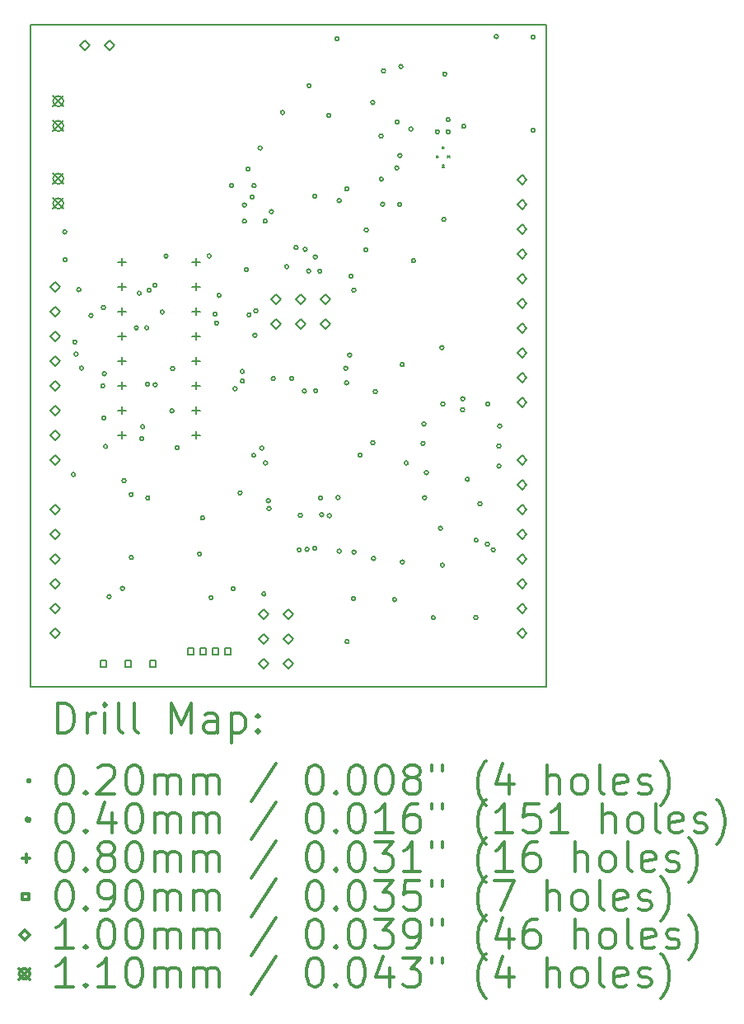
<source format=gbr>
%FSLAX45Y45*%
G04 Gerber Fmt 4.5, Leading zero omitted, Abs format (unit mm)*
G04 Created by KiCad (PCBNEW (5.1.5)-3) date 2023-05-21 11:01:55*
%MOMM*%
%LPD*%
G04 APERTURE LIST*
%TA.AperFunction,Profile*%
%ADD10C,0.150000*%
%TD*%
%ADD11C,0.200000*%
%ADD12C,0.300000*%
G04 APERTURE END LIST*
D10*
X3000000Y-5500000D02*
X3000000Y-12300000D01*
X8300000Y-5500000D02*
X3000000Y-5500000D01*
X8300000Y-12300000D02*
X8300000Y-5500000D01*
X3000000Y-12300000D02*
X8300000Y-12300000D01*
D11*
X7171500Y-6848000D02*
X7191500Y-6868000D01*
X7191500Y-6848000D02*
X7171500Y-6868000D01*
X7229000Y-6753000D02*
X7249000Y-6773000D01*
X7249000Y-6753000D02*
X7229000Y-6773000D01*
X7229000Y-6943000D02*
X7249000Y-6963000D01*
X7249000Y-6943000D02*
X7229000Y-6963000D01*
X7286500Y-6848000D02*
X7306500Y-6868000D01*
X7306500Y-6848000D02*
X7286500Y-6868000D01*
X3371530Y-7628890D02*
G75*
G03X3371530Y-7628890I-20000J0D01*
G01*
X3376139Y-7914640D02*
G75*
G03X3376139Y-7914640I-20000J0D01*
G01*
X3460430Y-10120630D02*
G75*
G03X3460430Y-10120630I-20000J0D01*
G01*
X3474400Y-8759190D02*
G75*
G03X3474400Y-8759190I-20000J0D01*
G01*
X3486706Y-8884591D02*
G75*
G03X3486706Y-8884591I-20000J0D01*
G01*
X3515511Y-8222760D02*
G75*
G03X3515511Y-8222760I-20000J0D01*
G01*
X3542474Y-9027197D02*
G75*
G03X3542474Y-9027197I-20000J0D01*
G01*
X3640770Y-8487410D02*
G75*
G03X3640770Y-8487410I-20000J0D01*
G01*
X3761420Y-9210511D02*
G75*
G03X3761420Y-9210511I-20000J0D01*
G01*
X3767770Y-8406130D02*
G75*
G03X3767770Y-8406130I-20000J0D01*
G01*
X3771590Y-9541500D02*
G75*
G03X3771590Y-9541500I-20000J0D01*
G01*
X3777930Y-9085110D02*
G75*
G03X3777930Y-9085110I-20000J0D01*
G01*
X3790630Y-9831070D02*
G75*
G03X3790630Y-9831070I-20000J0D01*
G01*
X3826990Y-11374376D02*
G75*
G03X3826990Y-11374376I-20000J0D01*
G01*
X3964620Y-11290300D02*
G75*
G03X3964620Y-11290300I-20000J0D01*
G01*
X3979860Y-10184130D02*
G75*
G03X3979860Y-10184130I-20000J0D01*
G01*
X4053910Y-10326760D02*
G75*
G03X4053910Y-10326760I-20000J0D01*
G01*
X4054790Y-10971530D02*
G75*
G03X4054790Y-10971530I-20000J0D01*
G01*
X4106860Y-8613140D02*
G75*
G03X4106860Y-8613140I-20000J0D01*
G01*
X4136070Y-8258810D02*
G75*
G03X4136070Y-8258810I-20000J0D01*
G01*
X4162740Y-9751060D02*
G75*
G03X4162740Y-9751060I-20000J0D01*
G01*
X4170360Y-9630410D02*
G75*
G03X4170360Y-9630410I-20000J0D01*
G01*
X4212270Y-8614410D02*
G75*
G03X4212270Y-8614410I-20000J0D01*
G01*
X4219890Y-9192260D02*
G75*
G03X4219890Y-9192260I-20000J0D01*
G01*
X4223389Y-10361619D02*
G75*
G03X4223389Y-10361619I-20000J0D01*
G01*
X4238940Y-8229600D02*
G75*
G03X4238940Y-8229600I-20000J0D01*
G01*
X4298099Y-8175746D02*
G75*
G03X4298099Y-8175746I-20000J0D01*
G01*
X4299622Y-9198800D02*
G75*
G03X4299622Y-9198800I-20000J0D01*
G01*
X4372404Y-8451736D02*
G75*
G03X4372404Y-8451736I-20000J0D01*
G01*
X4411660Y-7877011D02*
G75*
G03X4411660Y-7877011I-20000J0D01*
G01*
X4472620Y-9466580D02*
G75*
G03X4472620Y-9466580I-20000J0D01*
G01*
X4478970Y-9032100D02*
G75*
G03X4478970Y-9032100I-20000J0D01*
G01*
X4524690Y-9845040D02*
G75*
G03X4524690Y-9845040I-20000J0D01*
G01*
X4755830Y-10935180D02*
G75*
G03X4755830Y-10935180I-20000J0D01*
G01*
X4786310Y-10565130D02*
G75*
G03X4786310Y-10565130I-20000J0D01*
G01*
X4854890Y-7877011D02*
G75*
G03X4854890Y-7877011I-20000J0D01*
G01*
X4874640Y-11384280D02*
G75*
G03X4874640Y-11384280I-20000J0D01*
G01*
X4917120Y-8473440D02*
G75*
G03X4917120Y-8473440I-20000J0D01*
G01*
X4930660Y-8564450D02*
G75*
G03X4930660Y-8564450I-20000J0D01*
G01*
X4956976Y-8281184D02*
G75*
G03X4956976Y-8281184I-20000J0D01*
G01*
X5083490Y-7152640D02*
G75*
G03X5083490Y-7152640I-20000J0D01*
G01*
X5101270Y-11291580D02*
G75*
G03X5101270Y-11291580I-20000J0D01*
G01*
X5121590Y-9239250D02*
G75*
G03X5121590Y-9239250I-20000J0D01*
G01*
X5172390Y-10309860D02*
G75*
G03X5172390Y-10309860I-20000J0D01*
G01*
X5196213Y-9062413D02*
G75*
G03X5196213Y-9062413I-20000J0D01*
G01*
X5196520Y-9160510D02*
G75*
G03X5196520Y-9160510I-20000J0D01*
G01*
X5218110Y-7352829D02*
G75*
G03X5218110Y-7352829I-20000J0D01*
G01*
X5218110Y-7518400D02*
G75*
G03X5218110Y-7518400I-20000J0D01*
G01*
X5237160Y-8016240D02*
G75*
G03X5237160Y-8016240I-20000J0D01*
G01*
X5253200Y-6983275D02*
G75*
G03X5253200Y-6983275I-20000J0D01*
G01*
X5265100Y-8481060D02*
G75*
G03X5265100Y-8481060I-20000J0D01*
G01*
X5296936Y-7273290D02*
G75*
G03X5296936Y-7273290I-20000J0D01*
G01*
X5313360Y-9923780D02*
G75*
G03X5313360Y-9923780I-20000J0D01*
G01*
X5315900Y-7153910D02*
G75*
G03X5315900Y-7153910I-20000J0D01*
G01*
X5324400Y-8690610D02*
G75*
G03X5324400Y-8690610I-20000J0D01*
G01*
X5335064Y-8439264D02*
G75*
G03X5335064Y-8439264I-20000J0D01*
G01*
X5378600Y-6767830D02*
G75*
G03X5378600Y-6767830I-20000J0D01*
G01*
X5394640Y-9848850D02*
G75*
G03X5394640Y-9848850I-20000J0D01*
G01*
X5416230Y-11346180D02*
G75*
G03X5416230Y-11346180I-20000J0D01*
G01*
X5430200Y-7518400D02*
G75*
G03X5430200Y-7518400I-20000J0D01*
G01*
X5434010Y-10001250D02*
G75*
G03X5434010Y-10001250I-20000J0D01*
G01*
X5463043Y-10390221D02*
G75*
G03X5463043Y-10390221I-20000J0D01*
G01*
X5469489Y-10469962D02*
G75*
G03X5469489Y-10469962I-20000J0D01*
G01*
X5494300Y-7420981D02*
G75*
G03X5494300Y-7420981I-20000J0D01*
G01*
X5514020Y-9134640D02*
G75*
G03X5514020Y-9134640I-20000J0D01*
G01*
X5609270Y-6403340D02*
G75*
G03X5609270Y-6403340I-20000J0D01*
G01*
X5651326Y-7987287D02*
G75*
G03X5651326Y-7987287I-20000J0D01*
G01*
X5701980Y-9132996D02*
G75*
G03X5701980Y-9132996I-20000J0D01*
G01*
X5747700Y-7788910D02*
G75*
G03X5747700Y-7788910I-20000J0D01*
G01*
X5780720Y-10892790D02*
G75*
G03X5780720Y-10892790I-20000J0D01*
G01*
X5790880Y-10538460D02*
G75*
G03X5790880Y-10538460I-20000J0D01*
G01*
X5833260Y-9262597D02*
G75*
G03X5833260Y-9262597I-20000J0D01*
G01*
X5842135Y-7808548D02*
G75*
G03X5842135Y-7808548I-20000J0D01*
G01*
X5860624Y-10888860D02*
G75*
G03X5860624Y-10888860I-20000J0D01*
G01*
X5877680Y-8030681D02*
G75*
G03X5877680Y-8030681I-20000J0D01*
G01*
X5882320Y-6126480D02*
G75*
G03X5882320Y-6126480I-20000J0D01*
G01*
X5940045Y-10879256D02*
G75*
G03X5940045Y-10879256I-20000J0D01*
G01*
X5940600Y-7260590D02*
G75*
G03X5940600Y-7260590I-20000J0D01*
G01*
X5945493Y-7886658D02*
G75*
G03X5945493Y-7886658I-20000J0D01*
G01*
X5948360Y-9258396D02*
G75*
G03X5948360Y-9258396I-20000J0D01*
G01*
X5991540Y-8030681D02*
G75*
G03X5991540Y-8030681I-20000J0D01*
G01*
X5999160Y-10361930D02*
G75*
G03X5999160Y-10361930I-20000J0D01*
G01*
X6011343Y-10532662D02*
G75*
G03X6011343Y-10532662I-20000J0D01*
G01*
X6085520Y-6432550D02*
G75*
G03X6085520Y-6432550I-20000J0D01*
G01*
X6090600Y-10543540D02*
G75*
G03X6090600Y-10543540I-20000J0D01*
G01*
X6168070Y-5646420D02*
G75*
G03X6168070Y-5646420I-20000J0D01*
G01*
X6179500Y-10356850D02*
G75*
G03X6179500Y-10356850I-20000J0D01*
G01*
X6190930Y-7307580D02*
G75*
G03X6190930Y-7307580I-20000J0D01*
G01*
X6192200Y-10906760D02*
G75*
G03X6192200Y-10906760I-20000J0D01*
G01*
X6258989Y-9030171D02*
G75*
G03X6258989Y-9030171I-20000J0D01*
G01*
X6267597Y-9177823D02*
G75*
G03X6267597Y-9177823I-20000J0D01*
G01*
X6268400Y-7186930D02*
G75*
G03X6268400Y-7186930I-20000J0D01*
G01*
X6272210Y-11836400D02*
G75*
G03X6272210Y-11836400I-20000J0D01*
G01*
X6298355Y-8894443D02*
G75*
G03X6298355Y-8894443I-20000J0D01*
G01*
X6312810Y-8084860D02*
G75*
G03X6312810Y-8084860I-20000J0D01*
G01*
X6336980Y-11395710D02*
G75*
G03X6336980Y-11395710I-20000J0D01*
G01*
X6341332Y-8226517D02*
G75*
G03X6341332Y-8226517I-20000J0D01*
G01*
X6343330Y-10916920D02*
G75*
G03X6343330Y-10916920I-20000J0D01*
G01*
X6406800Y-9920000D02*
G75*
G03X6406800Y-9920000I-20000J0D01*
G01*
X6463980Y-7811770D02*
G75*
G03X6463980Y-7811770I-20000J0D01*
G01*
X6469210Y-7608570D02*
G75*
G03X6469210Y-7608570I-20000J0D01*
G01*
X6536000Y-6299200D02*
G75*
G03X6536000Y-6299200I-20000J0D01*
G01*
X6536620Y-9794240D02*
G75*
G03X6536620Y-9794240I-20000J0D01*
G01*
X6543990Y-10982960D02*
G75*
G03X6543990Y-10982960I-20000J0D01*
G01*
X6561884Y-9268574D02*
G75*
G03X6561884Y-9268574I-20000J0D01*
G01*
X6620939Y-6644119D02*
G75*
G03X6620939Y-6644119I-20000J0D01*
G01*
X6625474Y-7087438D02*
G75*
G03X6625474Y-7087438I-20000J0D01*
G01*
X6637970Y-7344410D02*
G75*
G03X6637970Y-7344410I-20000J0D01*
G01*
X6645590Y-5975350D02*
G75*
G03X6645590Y-5975350I-20000J0D01*
G01*
X6759890Y-11405870D02*
G75*
G03X6759890Y-11405870I-20000J0D01*
G01*
X6782750Y-6970700D02*
G75*
G03X6782750Y-6970700I-20000J0D01*
G01*
X6785290Y-6499860D02*
G75*
G03X6785290Y-6499860I-20000J0D01*
G01*
X6813230Y-7346950D02*
G75*
G03X6813230Y-7346950I-20000J0D01*
G01*
X6814300Y-6845300D02*
G75*
G03X6814300Y-6845300I-20000J0D01*
G01*
X6825900Y-5930900D02*
G75*
G03X6825900Y-5930900I-20000J0D01*
G01*
X6825900Y-5930900D02*
G75*
G03X6825900Y-5930900I-20000J0D01*
G01*
X6839109Y-8991349D02*
G75*
G03X6839109Y-8991349I-20000J0D01*
G01*
X6839945Y-11018603D02*
G75*
G03X6839945Y-11018603I-20000J0D01*
G01*
X6880692Y-10001250D02*
G75*
G03X6880692Y-10001250I-20000J0D01*
G01*
X6927530Y-6572570D02*
G75*
G03X6927530Y-6572570I-20000J0D01*
G01*
X6953590Y-7924140D02*
G75*
G03X6953590Y-7924140I-20000J0D01*
G01*
X7051990Y-9801860D02*
G75*
G03X7051990Y-9801860I-20000J0D01*
G01*
X7062150Y-9601200D02*
G75*
G03X7062150Y-9601200I-20000J0D01*
G01*
X7068500Y-10359390D02*
G75*
G03X7068500Y-10359390I-20000J0D01*
G01*
X7087550Y-10100310D02*
G75*
G03X7087550Y-10100310I-20000J0D01*
G01*
X7157908Y-11591188D02*
G75*
G03X7157908Y-11591188I-20000J0D01*
G01*
X7199310Y-6601460D02*
G75*
G03X7199310Y-6601460I-20000J0D01*
G01*
X7231379Y-10671010D02*
G75*
G03X7231379Y-10671010I-20000J0D01*
G01*
X7246768Y-8816808D02*
G75*
G03X7246768Y-8816808I-20000J0D01*
G01*
X7251266Y-11051426D02*
G75*
G03X7251266Y-11051426I-20000J0D01*
G01*
X7256460Y-9395460D02*
G75*
G03X7256460Y-9395460I-20000J0D01*
G01*
X7266620Y-7500620D02*
G75*
G03X7266620Y-7500620I-20000J0D01*
G01*
X7275510Y-6008370D02*
G75*
G03X7275510Y-6008370I-20000J0D01*
G01*
X7309800Y-6601966D02*
G75*
G03X7309800Y-6601966I-20000J0D01*
G01*
X7310126Y-6476566D02*
G75*
G03X7310126Y-6476566I-20000J0D01*
G01*
X7458390Y-9455150D02*
G75*
G03X7458390Y-9455150I-20000J0D01*
G01*
X7460930Y-9342120D02*
G75*
G03X7460930Y-9342120I-20000J0D01*
G01*
X7470341Y-6543789D02*
G75*
G03X7470341Y-6543789I-20000J0D01*
G01*
X7507920Y-10168890D02*
G75*
G03X7507920Y-10168890I-20000J0D01*
G01*
X7594788Y-11589664D02*
G75*
G03X7594788Y-11589664I-20000J0D01*
G01*
X7598839Y-10795521D02*
G75*
G03X7598839Y-10795521I-20000J0D01*
G01*
X7637835Y-10419916D02*
G75*
G03X7637835Y-10419916I-20000J0D01*
G01*
X7713475Y-10834663D02*
G75*
G03X7713475Y-10834663I-20000J0D01*
G01*
X7717470Y-9394190D02*
G75*
G03X7717470Y-9394190I-20000J0D01*
G01*
X7774469Y-10894060D02*
G75*
G03X7774469Y-10894060I-20000J0D01*
G01*
X7805100Y-5622760D02*
G75*
G03X7805100Y-5622760I-20000J0D01*
G01*
X7833040Y-9827260D02*
G75*
G03X7833040Y-9827260I-20000J0D01*
G01*
X7833040Y-10034270D02*
G75*
G03X7833040Y-10034270I-20000J0D01*
G01*
X7840660Y-9622790D02*
G75*
G03X7840660Y-9622790I-20000J0D01*
G01*
X8182639Y-5627491D02*
G75*
G03X8182639Y-5627491I-20000J0D01*
G01*
X8184830Y-6584950D02*
G75*
G03X8184830Y-6584950I-20000J0D01*
G01*
X3937000Y-7897500D02*
X3937000Y-7977500D01*
X3897000Y-7937500D02*
X3977000Y-7937500D01*
X3937000Y-8151500D02*
X3937000Y-8231500D01*
X3897000Y-8191500D02*
X3977000Y-8191500D01*
X3937000Y-8405500D02*
X3937000Y-8485500D01*
X3897000Y-8445500D02*
X3977000Y-8445500D01*
X3937000Y-8659500D02*
X3937000Y-8739500D01*
X3897000Y-8699500D02*
X3977000Y-8699500D01*
X3937000Y-8913500D02*
X3937000Y-8993500D01*
X3897000Y-8953500D02*
X3977000Y-8953500D01*
X3937000Y-9167500D02*
X3937000Y-9247500D01*
X3897000Y-9207500D02*
X3977000Y-9207500D01*
X3937000Y-9421500D02*
X3937000Y-9501500D01*
X3897000Y-9461500D02*
X3977000Y-9461500D01*
X3937000Y-9675500D02*
X3937000Y-9755500D01*
X3897000Y-9715500D02*
X3977000Y-9715500D01*
X4699000Y-7897500D02*
X4699000Y-7977500D01*
X4659000Y-7937500D02*
X4739000Y-7937500D01*
X4699000Y-8151500D02*
X4699000Y-8231500D01*
X4659000Y-8191500D02*
X4739000Y-8191500D01*
X4699000Y-8405500D02*
X4699000Y-8485500D01*
X4659000Y-8445500D02*
X4739000Y-8445500D01*
X4699000Y-8659500D02*
X4699000Y-8739500D01*
X4659000Y-8699500D02*
X4739000Y-8699500D01*
X4699000Y-8913500D02*
X4699000Y-8993500D01*
X4659000Y-8953500D02*
X4739000Y-8953500D01*
X4699000Y-9167500D02*
X4699000Y-9247500D01*
X4659000Y-9207500D02*
X4739000Y-9207500D01*
X4699000Y-9421500D02*
X4699000Y-9501500D01*
X4659000Y-9461500D02*
X4739000Y-9461500D01*
X4699000Y-9675500D02*
X4699000Y-9755500D01*
X4659000Y-9715500D02*
X4739000Y-9715500D01*
X3778320Y-12096820D02*
X3778320Y-12033180D01*
X3714680Y-12033180D01*
X3714680Y-12096820D01*
X3778320Y-12096820D01*
X4032320Y-12096820D02*
X4032320Y-12033180D01*
X3968680Y-12033180D01*
X3968680Y-12096820D01*
X4032320Y-12096820D01*
X4286320Y-12096820D02*
X4286320Y-12033180D01*
X4222680Y-12033180D01*
X4222680Y-12096820D01*
X4286320Y-12096820D01*
X4677480Y-11967280D02*
X4677480Y-11903640D01*
X4613840Y-11903640D01*
X4613840Y-11967280D01*
X4677480Y-11967280D01*
X4804480Y-11967280D02*
X4804480Y-11903640D01*
X4740840Y-11903640D01*
X4740840Y-11967280D01*
X4804480Y-11967280D01*
X4931480Y-11967280D02*
X4931480Y-11903640D01*
X4867840Y-11903640D01*
X4867840Y-11967280D01*
X4931480Y-11967280D01*
X5058480Y-11967280D02*
X5058480Y-11903640D01*
X4994840Y-11903640D01*
X4994840Y-11967280D01*
X5058480Y-11967280D01*
X8050000Y-7144000D02*
X8100000Y-7094000D01*
X8050000Y-7044000D01*
X8000000Y-7094000D01*
X8050000Y-7144000D01*
X8050000Y-7398000D02*
X8100000Y-7348000D01*
X8050000Y-7298000D01*
X8000000Y-7348000D01*
X8050000Y-7398000D01*
X8050000Y-7652000D02*
X8100000Y-7602000D01*
X8050000Y-7552000D01*
X8000000Y-7602000D01*
X8050000Y-7652000D01*
X8050000Y-7906000D02*
X8100000Y-7856000D01*
X8050000Y-7806000D01*
X8000000Y-7856000D01*
X8050000Y-7906000D01*
X8050000Y-8160000D02*
X8100000Y-8110000D01*
X8050000Y-8060000D01*
X8000000Y-8110000D01*
X8050000Y-8160000D01*
X8050000Y-8414000D02*
X8100000Y-8364000D01*
X8050000Y-8314000D01*
X8000000Y-8364000D01*
X8050000Y-8414000D01*
X8050000Y-8668000D02*
X8100000Y-8618000D01*
X8050000Y-8568000D01*
X8000000Y-8618000D01*
X8050000Y-8668000D01*
X8050000Y-8922000D02*
X8100000Y-8872000D01*
X8050000Y-8822000D01*
X8000000Y-8872000D01*
X8050000Y-8922000D01*
X8050000Y-9176000D02*
X8100000Y-9126000D01*
X8050000Y-9076000D01*
X8000000Y-9126000D01*
X8050000Y-9176000D01*
X8050000Y-9430000D02*
X8100000Y-9380000D01*
X8050000Y-9330000D01*
X8000000Y-9380000D01*
X8050000Y-9430000D01*
X3254000Y-8241000D02*
X3304000Y-8191000D01*
X3254000Y-8141000D01*
X3204000Y-8191000D01*
X3254000Y-8241000D01*
X3254000Y-8495000D02*
X3304000Y-8445000D01*
X3254000Y-8395000D01*
X3204000Y-8445000D01*
X3254000Y-8495000D01*
X3254000Y-8749000D02*
X3304000Y-8699000D01*
X3254000Y-8649000D01*
X3204000Y-8699000D01*
X3254000Y-8749000D01*
X3254000Y-9003000D02*
X3304000Y-8953000D01*
X3254000Y-8903000D01*
X3204000Y-8953000D01*
X3254000Y-9003000D01*
X3254000Y-9257000D02*
X3304000Y-9207000D01*
X3254000Y-9157000D01*
X3204000Y-9207000D01*
X3254000Y-9257000D01*
X3254000Y-9511000D02*
X3304000Y-9461000D01*
X3254000Y-9411000D01*
X3204000Y-9461000D01*
X3254000Y-9511000D01*
X3254000Y-9765000D02*
X3304000Y-9715000D01*
X3254000Y-9665000D01*
X3204000Y-9715000D01*
X3254000Y-9765000D01*
X3254000Y-10019000D02*
X3304000Y-9969000D01*
X3254000Y-9919000D01*
X3204000Y-9969000D01*
X3254000Y-10019000D01*
X8050000Y-10021000D02*
X8100000Y-9971000D01*
X8050000Y-9921000D01*
X8000000Y-9971000D01*
X8050000Y-10021000D01*
X8050000Y-10275000D02*
X8100000Y-10225000D01*
X8050000Y-10175000D01*
X8000000Y-10225000D01*
X8050000Y-10275000D01*
X8050000Y-10529000D02*
X8100000Y-10479000D01*
X8050000Y-10429000D01*
X8000000Y-10479000D01*
X8050000Y-10529000D01*
X8050000Y-10783000D02*
X8100000Y-10733000D01*
X8050000Y-10683000D01*
X8000000Y-10733000D01*
X8050000Y-10783000D01*
X8050000Y-11037000D02*
X8100000Y-10987000D01*
X8050000Y-10937000D01*
X8000000Y-10987000D01*
X8050000Y-11037000D01*
X8050000Y-11291000D02*
X8100000Y-11241000D01*
X8050000Y-11191000D01*
X8000000Y-11241000D01*
X8050000Y-11291000D01*
X8050000Y-11545000D02*
X8100000Y-11495000D01*
X8050000Y-11445000D01*
X8000000Y-11495000D01*
X8050000Y-11545000D01*
X8050000Y-11799000D02*
X8100000Y-11749000D01*
X8050000Y-11699000D01*
X8000000Y-11749000D01*
X8050000Y-11799000D01*
X3254000Y-10530000D02*
X3304000Y-10480000D01*
X3254000Y-10430000D01*
X3204000Y-10480000D01*
X3254000Y-10530000D01*
X3254000Y-10784000D02*
X3304000Y-10734000D01*
X3254000Y-10684000D01*
X3204000Y-10734000D01*
X3254000Y-10784000D01*
X3254000Y-11038000D02*
X3304000Y-10988000D01*
X3254000Y-10938000D01*
X3204000Y-10988000D01*
X3254000Y-11038000D01*
X3254000Y-11292000D02*
X3304000Y-11242000D01*
X3254000Y-11192000D01*
X3204000Y-11242000D01*
X3254000Y-11292000D01*
X3254000Y-11546000D02*
X3304000Y-11496000D01*
X3254000Y-11446000D01*
X3204000Y-11496000D01*
X3254000Y-11546000D01*
X3254000Y-11800000D02*
X3304000Y-11750000D01*
X3254000Y-11700000D01*
X3204000Y-11750000D01*
X3254000Y-11800000D01*
X3556000Y-5765000D02*
X3606000Y-5715000D01*
X3556000Y-5665000D01*
X3506000Y-5715000D01*
X3556000Y-5765000D01*
X3810000Y-5765000D02*
X3860000Y-5715000D01*
X3810000Y-5665000D01*
X3760000Y-5715000D01*
X3810000Y-5765000D01*
X5524500Y-8368500D02*
X5574500Y-8318500D01*
X5524500Y-8268500D01*
X5474500Y-8318500D01*
X5524500Y-8368500D01*
X5524500Y-8622500D02*
X5574500Y-8572500D01*
X5524500Y-8522500D01*
X5474500Y-8572500D01*
X5524500Y-8622500D01*
X5778500Y-8368500D02*
X5828500Y-8318500D01*
X5778500Y-8268500D01*
X5728500Y-8318500D01*
X5778500Y-8368500D01*
X5778500Y-8622500D02*
X5828500Y-8572500D01*
X5778500Y-8522500D01*
X5728500Y-8572500D01*
X5778500Y-8622500D01*
X6032500Y-8368500D02*
X6082500Y-8318500D01*
X6032500Y-8268500D01*
X5982500Y-8318500D01*
X6032500Y-8368500D01*
X6032500Y-8622500D02*
X6082500Y-8572500D01*
X6032500Y-8522500D01*
X5982500Y-8572500D01*
X6032500Y-8622500D01*
X5397500Y-11607000D02*
X5447500Y-11557000D01*
X5397500Y-11507000D01*
X5347500Y-11557000D01*
X5397500Y-11607000D01*
X5397500Y-11861000D02*
X5447500Y-11811000D01*
X5397500Y-11761000D01*
X5347500Y-11811000D01*
X5397500Y-11861000D01*
X5397500Y-12115000D02*
X5447500Y-12065000D01*
X5397500Y-12015000D01*
X5347500Y-12065000D01*
X5397500Y-12115000D01*
X5651500Y-11607000D02*
X5701500Y-11557000D01*
X5651500Y-11507000D01*
X5601500Y-11557000D01*
X5651500Y-11607000D01*
X5651500Y-11861000D02*
X5701500Y-11811000D01*
X5651500Y-11761000D01*
X5601500Y-11811000D01*
X5651500Y-11861000D01*
X5651500Y-12115000D02*
X5701500Y-12065000D01*
X5651500Y-12015000D01*
X5601500Y-12065000D01*
X5651500Y-12115000D01*
X3229356Y-7027926D02*
X3339084Y-7137654D01*
X3339084Y-7027926D02*
X3229356Y-7137654D01*
X3339084Y-7082790D02*
G75*
G03X3339084Y-7082790I-54864J0D01*
G01*
X3229356Y-7281926D02*
X3339084Y-7391654D01*
X3339084Y-7281926D02*
X3229356Y-7391654D01*
X3339084Y-7336790D02*
G75*
G03X3339084Y-7336790I-54864J0D01*
G01*
X3229356Y-6231636D02*
X3339084Y-6341364D01*
X3339084Y-6231636D02*
X3229356Y-6341364D01*
X3339084Y-6286500D02*
G75*
G03X3339084Y-6286500I-54864J0D01*
G01*
X3229356Y-6485636D02*
X3339084Y-6595364D01*
X3339084Y-6485636D02*
X3229356Y-6595364D01*
X3339084Y-6540500D02*
G75*
G03X3339084Y-6540500I-54864J0D01*
G01*
D12*
X3278928Y-12773214D02*
X3278928Y-12473214D01*
X3350357Y-12473214D01*
X3393214Y-12487500D01*
X3421786Y-12516071D01*
X3436071Y-12544643D01*
X3450357Y-12601786D01*
X3450357Y-12644643D01*
X3436071Y-12701786D01*
X3421786Y-12730357D01*
X3393214Y-12758929D01*
X3350357Y-12773214D01*
X3278928Y-12773214D01*
X3578928Y-12773214D02*
X3578928Y-12573214D01*
X3578928Y-12630357D02*
X3593214Y-12601786D01*
X3607500Y-12587500D01*
X3636071Y-12573214D01*
X3664643Y-12573214D01*
X3764643Y-12773214D02*
X3764643Y-12573214D01*
X3764643Y-12473214D02*
X3750357Y-12487500D01*
X3764643Y-12501786D01*
X3778928Y-12487500D01*
X3764643Y-12473214D01*
X3764643Y-12501786D01*
X3950357Y-12773214D02*
X3921786Y-12758929D01*
X3907500Y-12730357D01*
X3907500Y-12473214D01*
X4107500Y-12773214D02*
X4078928Y-12758929D01*
X4064643Y-12730357D01*
X4064643Y-12473214D01*
X4450357Y-12773214D02*
X4450357Y-12473214D01*
X4550357Y-12687500D01*
X4650357Y-12473214D01*
X4650357Y-12773214D01*
X4921786Y-12773214D02*
X4921786Y-12616071D01*
X4907500Y-12587500D01*
X4878928Y-12573214D01*
X4821786Y-12573214D01*
X4793214Y-12587500D01*
X4921786Y-12758929D02*
X4893214Y-12773214D01*
X4821786Y-12773214D01*
X4793214Y-12758929D01*
X4778928Y-12730357D01*
X4778928Y-12701786D01*
X4793214Y-12673214D01*
X4821786Y-12658929D01*
X4893214Y-12658929D01*
X4921786Y-12644643D01*
X5064643Y-12573214D02*
X5064643Y-12873214D01*
X5064643Y-12587500D02*
X5093214Y-12573214D01*
X5150357Y-12573214D01*
X5178928Y-12587500D01*
X5193214Y-12601786D01*
X5207500Y-12630357D01*
X5207500Y-12716071D01*
X5193214Y-12744643D01*
X5178928Y-12758929D01*
X5150357Y-12773214D01*
X5093214Y-12773214D01*
X5064643Y-12758929D01*
X5336071Y-12744643D02*
X5350357Y-12758929D01*
X5336071Y-12773214D01*
X5321786Y-12758929D01*
X5336071Y-12744643D01*
X5336071Y-12773214D01*
X5336071Y-12587500D02*
X5350357Y-12601786D01*
X5336071Y-12616071D01*
X5321786Y-12601786D01*
X5336071Y-12587500D01*
X5336071Y-12616071D01*
X2972500Y-13257500D02*
X2992500Y-13277500D01*
X2992500Y-13257500D02*
X2972500Y-13277500D01*
X3336071Y-13103214D02*
X3364643Y-13103214D01*
X3393214Y-13117500D01*
X3407500Y-13131786D01*
X3421786Y-13160357D01*
X3436071Y-13217500D01*
X3436071Y-13288929D01*
X3421786Y-13346071D01*
X3407500Y-13374643D01*
X3393214Y-13388929D01*
X3364643Y-13403214D01*
X3336071Y-13403214D01*
X3307500Y-13388929D01*
X3293214Y-13374643D01*
X3278928Y-13346071D01*
X3264643Y-13288929D01*
X3264643Y-13217500D01*
X3278928Y-13160357D01*
X3293214Y-13131786D01*
X3307500Y-13117500D01*
X3336071Y-13103214D01*
X3564643Y-13374643D02*
X3578928Y-13388929D01*
X3564643Y-13403214D01*
X3550357Y-13388929D01*
X3564643Y-13374643D01*
X3564643Y-13403214D01*
X3693214Y-13131786D02*
X3707500Y-13117500D01*
X3736071Y-13103214D01*
X3807500Y-13103214D01*
X3836071Y-13117500D01*
X3850357Y-13131786D01*
X3864643Y-13160357D01*
X3864643Y-13188929D01*
X3850357Y-13231786D01*
X3678928Y-13403214D01*
X3864643Y-13403214D01*
X4050357Y-13103214D02*
X4078928Y-13103214D01*
X4107500Y-13117500D01*
X4121786Y-13131786D01*
X4136071Y-13160357D01*
X4150357Y-13217500D01*
X4150357Y-13288929D01*
X4136071Y-13346071D01*
X4121786Y-13374643D01*
X4107500Y-13388929D01*
X4078928Y-13403214D01*
X4050357Y-13403214D01*
X4021786Y-13388929D01*
X4007500Y-13374643D01*
X3993214Y-13346071D01*
X3978928Y-13288929D01*
X3978928Y-13217500D01*
X3993214Y-13160357D01*
X4007500Y-13131786D01*
X4021786Y-13117500D01*
X4050357Y-13103214D01*
X4278928Y-13403214D02*
X4278928Y-13203214D01*
X4278928Y-13231786D02*
X4293214Y-13217500D01*
X4321786Y-13203214D01*
X4364643Y-13203214D01*
X4393214Y-13217500D01*
X4407500Y-13246071D01*
X4407500Y-13403214D01*
X4407500Y-13246071D02*
X4421786Y-13217500D01*
X4450357Y-13203214D01*
X4493214Y-13203214D01*
X4521786Y-13217500D01*
X4536071Y-13246071D01*
X4536071Y-13403214D01*
X4678928Y-13403214D02*
X4678928Y-13203214D01*
X4678928Y-13231786D02*
X4693214Y-13217500D01*
X4721786Y-13203214D01*
X4764643Y-13203214D01*
X4793214Y-13217500D01*
X4807500Y-13246071D01*
X4807500Y-13403214D01*
X4807500Y-13246071D02*
X4821786Y-13217500D01*
X4850357Y-13203214D01*
X4893214Y-13203214D01*
X4921786Y-13217500D01*
X4936071Y-13246071D01*
X4936071Y-13403214D01*
X5521786Y-13088929D02*
X5264643Y-13474643D01*
X5907500Y-13103214D02*
X5936071Y-13103214D01*
X5964643Y-13117500D01*
X5978928Y-13131786D01*
X5993214Y-13160357D01*
X6007500Y-13217500D01*
X6007500Y-13288929D01*
X5993214Y-13346071D01*
X5978928Y-13374643D01*
X5964643Y-13388929D01*
X5936071Y-13403214D01*
X5907500Y-13403214D01*
X5878928Y-13388929D01*
X5864643Y-13374643D01*
X5850357Y-13346071D01*
X5836071Y-13288929D01*
X5836071Y-13217500D01*
X5850357Y-13160357D01*
X5864643Y-13131786D01*
X5878928Y-13117500D01*
X5907500Y-13103214D01*
X6136071Y-13374643D02*
X6150357Y-13388929D01*
X6136071Y-13403214D01*
X6121786Y-13388929D01*
X6136071Y-13374643D01*
X6136071Y-13403214D01*
X6336071Y-13103214D02*
X6364643Y-13103214D01*
X6393214Y-13117500D01*
X6407500Y-13131786D01*
X6421786Y-13160357D01*
X6436071Y-13217500D01*
X6436071Y-13288929D01*
X6421786Y-13346071D01*
X6407500Y-13374643D01*
X6393214Y-13388929D01*
X6364643Y-13403214D01*
X6336071Y-13403214D01*
X6307500Y-13388929D01*
X6293214Y-13374643D01*
X6278928Y-13346071D01*
X6264643Y-13288929D01*
X6264643Y-13217500D01*
X6278928Y-13160357D01*
X6293214Y-13131786D01*
X6307500Y-13117500D01*
X6336071Y-13103214D01*
X6621786Y-13103214D02*
X6650357Y-13103214D01*
X6678928Y-13117500D01*
X6693214Y-13131786D01*
X6707500Y-13160357D01*
X6721786Y-13217500D01*
X6721786Y-13288929D01*
X6707500Y-13346071D01*
X6693214Y-13374643D01*
X6678928Y-13388929D01*
X6650357Y-13403214D01*
X6621786Y-13403214D01*
X6593214Y-13388929D01*
X6578928Y-13374643D01*
X6564643Y-13346071D01*
X6550357Y-13288929D01*
X6550357Y-13217500D01*
X6564643Y-13160357D01*
X6578928Y-13131786D01*
X6593214Y-13117500D01*
X6621786Y-13103214D01*
X6893214Y-13231786D02*
X6864643Y-13217500D01*
X6850357Y-13203214D01*
X6836071Y-13174643D01*
X6836071Y-13160357D01*
X6850357Y-13131786D01*
X6864643Y-13117500D01*
X6893214Y-13103214D01*
X6950357Y-13103214D01*
X6978928Y-13117500D01*
X6993214Y-13131786D01*
X7007500Y-13160357D01*
X7007500Y-13174643D01*
X6993214Y-13203214D01*
X6978928Y-13217500D01*
X6950357Y-13231786D01*
X6893214Y-13231786D01*
X6864643Y-13246071D01*
X6850357Y-13260357D01*
X6836071Y-13288929D01*
X6836071Y-13346071D01*
X6850357Y-13374643D01*
X6864643Y-13388929D01*
X6893214Y-13403214D01*
X6950357Y-13403214D01*
X6978928Y-13388929D01*
X6993214Y-13374643D01*
X7007500Y-13346071D01*
X7007500Y-13288929D01*
X6993214Y-13260357D01*
X6978928Y-13246071D01*
X6950357Y-13231786D01*
X7121786Y-13103214D02*
X7121786Y-13160357D01*
X7236071Y-13103214D02*
X7236071Y-13160357D01*
X7678928Y-13517500D02*
X7664643Y-13503214D01*
X7636071Y-13460357D01*
X7621786Y-13431786D01*
X7607500Y-13388929D01*
X7593214Y-13317500D01*
X7593214Y-13260357D01*
X7607500Y-13188929D01*
X7621786Y-13146071D01*
X7636071Y-13117500D01*
X7664643Y-13074643D01*
X7678928Y-13060357D01*
X7921786Y-13203214D02*
X7921786Y-13403214D01*
X7850357Y-13088929D02*
X7778928Y-13303214D01*
X7964643Y-13303214D01*
X8307500Y-13403214D02*
X8307500Y-13103214D01*
X8436071Y-13403214D02*
X8436071Y-13246071D01*
X8421786Y-13217500D01*
X8393214Y-13203214D01*
X8350357Y-13203214D01*
X8321786Y-13217500D01*
X8307500Y-13231786D01*
X8621786Y-13403214D02*
X8593214Y-13388929D01*
X8578928Y-13374643D01*
X8564643Y-13346071D01*
X8564643Y-13260357D01*
X8578928Y-13231786D01*
X8593214Y-13217500D01*
X8621786Y-13203214D01*
X8664643Y-13203214D01*
X8693214Y-13217500D01*
X8707500Y-13231786D01*
X8721786Y-13260357D01*
X8721786Y-13346071D01*
X8707500Y-13374643D01*
X8693214Y-13388929D01*
X8664643Y-13403214D01*
X8621786Y-13403214D01*
X8893214Y-13403214D02*
X8864643Y-13388929D01*
X8850357Y-13360357D01*
X8850357Y-13103214D01*
X9121786Y-13388929D02*
X9093214Y-13403214D01*
X9036071Y-13403214D01*
X9007500Y-13388929D01*
X8993214Y-13360357D01*
X8993214Y-13246071D01*
X9007500Y-13217500D01*
X9036071Y-13203214D01*
X9093214Y-13203214D01*
X9121786Y-13217500D01*
X9136071Y-13246071D01*
X9136071Y-13274643D01*
X8993214Y-13303214D01*
X9250357Y-13388929D02*
X9278928Y-13403214D01*
X9336071Y-13403214D01*
X9364643Y-13388929D01*
X9378928Y-13360357D01*
X9378928Y-13346071D01*
X9364643Y-13317500D01*
X9336071Y-13303214D01*
X9293214Y-13303214D01*
X9264643Y-13288929D01*
X9250357Y-13260357D01*
X9250357Y-13246071D01*
X9264643Y-13217500D01*
X9293214Y-13203214D01*
X9336071Y-13203214D01*
X9364643Y-13217500D01*
X9478928Y-13517500D02*
X9493214Y-13503214D01*
X9521786Y-13460357D01*
X9536071Y-13431786D01*
X9550357Y-13388929D01*
X9564643Y-13317500D01*
X9564643Y-13260357D01*
X9550357Y-13188929D01*
X9536071Y-13146071D01*
X9521786Y-13117500D01*
X9493214Y-13074643D01*
X9478928Y-13060357D01*
X2992500Y-13663500D02*
G75*
G03X2992500Y-13663500I-20000J0D01*
G01*
X3336071Y-13499214D02*
X3364643Y-13499214D01*
X3393214Y-13513500D01*
X3407500Y-13527786D01*
X3421786Y-13556357D01*
X3436071Y-13613500D01*
X3436071Y-13684929D01*
X3421786Y-13742071D01*
X3407500Y-13770643D01*
X3393214Y-13784929D01*
X3364643Y-13799214D01*
X3336071Y-13799214D01*
X3307500Y-13784929D01*
X3293214Y-13770643D01*
X3278928Y-13742071D01*
X3264643Y-13684929D01*
X3264643Y-13613500D01*
X3278928Y-13556357D01*
X3293214Y-13527786D01*
X3307500Y-13513500D01*
X3336071Y-13499214D01*
X3564643Y-13770643D02*
X3578928Y-13784929D01*
X3564643Y-13799214D01*
X3550357Y-13784929D01*
X3564643Y-13770643D01*
X3564643Y-13799214D01*
X3836071Y-13599214D02*
X3836071Y-13799214D01*
X3764643Y-13484929D02*
X3693214Y-13699214D01*
X3878928Y-13699214D01*
X4050357Y-13499214D02*
X4078928Y-13499214D01*
X4107500Y-13513500D01*
X4121786Y-13527786D01*
X4136071Y-13556357D01*
X4150357Y-13613500D01*
X4150357Y-13684929D01*
X4136071Y-13742071D01*
X4121786Y-13770643D01*
X4107500Y-13784929D01*
X4078928Y-13799214D01*
X4050357Y-13799214D01*
X4021786Y-13784929D01*
X4007500Y-13770643D01*
X3993214Y-13742071D01*
X3978928Y-13684929D01*
X3978928Y-13613500D01*
X3993214Y-13556357D01*
X4007500Y-13527786D01*
X4021786Y-13513500D01*
X4050357Y-13499214D01*
X4278928Y-13799214D02*
X4278928Y-13599214D01*
X4278928Y-13627786D02*
X4293214Y-13613500D01*
X4321786Y-13599214D01*
X4364643Y-13599214D01*
X4393214Y-13613500D01*
X4407500Y-13642071D01*
X4407500Y-13799214D01*
X4407500Y-13642071D02*
X4421786Y-13613500D01*
X4450357Y-13599214D01*
X4493214Y-13599214D01*
X4521786Y-13613500D01*
X4536071Y-13642071D01*
X4536071Y-13799214D01*
X4678928Y-13799214D02*
X4678928Y-13599214D01*
X4678928Y-13627786D02*
X4693214Y-13613500D01*
X4721786Y-13599214D01*
X4764643Y-13599214D01*
X4793214Y-13613500D01*
X4807500Y-13642071D01*
X4807500Y-13799214D01*
X4807500Y-13642071D02*
X4821786Y-13613500D01*
X4850357Y-13599214D01*
X4893214Y-13599214D01*
X4921786Y-13613500D01*
X4936071Y-13642071D01*
X4936071Y-13799214D01*
X5521786Y-13484929D02*
X5264643Y-13870643D01*
X5907500Y-13499214D02*
X5936071Y-13499214D01*
X5964643Y-13513500D01*
X5978928Y-13527786D01*
X5993214Y-13556357D01*
X6007500Y-13613500D01*
X6007500Y-13684929D01*
X5993214Y-13742071D01*
X5978928Y-13770643D01*
X5964643Y-13784929D01*
X5936071Y-13799214D01*
X5907500Y-13799214D01*
X5878928Y-13784929D01*
X5864643Y-13770643D01*
X5850357Y-13742071D01*
X5836071Y-13684929D01*
X5836071Y-13613500D01*
X5850357Y-13556357D01*
X5864643Y-13527786D01*
X5878928Y-13513500D01*
X5907500Y-13499214D01*
X6136071Y-13770643D02*
X6150357Y-13784929D01*
X6136071Y-13799214D01*
X6121786Y-13784929D01*
X6136071Y-13770643D01*
X6136071Y-13799214D01*
X6336071Y-13499214D02*
X6364643Y-13499214D01*
X6393214Y-13513500D01*
X6407500Y-13527786D01*
X6421786Y-13556357D01*
X6436071Y-13613500D01*
X6436071Y-13684929D01*
X6421786Y-13742071D01*
X6407500Y-13770643D01*
X6393214Y-13784929D01*
X6364643Y-13799214D01*
X6336071Y-13799214D01*
X6307500Y-13784929D01*
X6293214Y-13770643D01*
X6278928Y-13742071D01*
X6264643Y-13684929D01*
X6264643Y-13613500D01*
X6278928Y-13556357D01*
X6293214Y-13527786D01*
X6307500Y-13513500D01*
X6336071Y-13499214D01*
X6721786Y-13799214D02*
X6550357Y-13799214D01*
X6636071Y-13799214D02*
X6636071Y-13499214D01*
X6607500Y-13542071D01*
X6578928Y-13570643D01*
X6550357Y-13584929D01*
X6978928Y-13499214D02*
X6921786Y-13499214D01*
X6893214Y-13513500D01*
X6878928Y-13527786D01*
X6850357Y-13570643D01*
X6836071Y-13627786D01*
X6836071Y-13742071D01*
X6850357Y-13770643D01*
X6864643Y-13784929D01*
X6893214Y-13799214D01*
X6950357Y-13799214D01*
X6978928Y-13784929D01*
X6993214Y-13770643D01*
X7007500Y-13742071D01*
X7007500Y-13670643D01*
X6993214Y-13642071D01*
X6978928Y-13627786D01*
X6950357Y-13613500D01*
X6893214Y-13613500D01*
X6864643Y-13627786D01*
X6850357Y-13642071D01*
X6836071Y-13670643D01*
X7121786Y-13499214D02*
X7121786Y-13556357D01*
X7236071Y-13499214D02*
X7236071Y-13556357D01*
X7678928Y-13913500D02*
X7664643Y-13899214D01*
X7636071Y-13856357D01*
X7621786Y-13827786D01*
X7607500Y-13784929D01*
X7593214Y-13713500D01*
X7593214Y-13656357D01*
X7607500Y-13584929D01*
X7621786Y-13542071D01*
X7636071Y-13513500D01*
X7664643Y-13470643D01*
X7678928Y-13456357D01*
X7950357Y-13799214D02*
X7778928Y-13799214D01*
X7864643Y-13799214D02*
X7864643Y-13499214D01*
X7836071Y-13542071D01*
X7807500Y-13570643D01*
X7778928Y-13584929D01*
X8221786Y-13499214D02*
X8078928Y-13499214D01*
X8064643Y-13642071D01*
X8078928Y-13627786D01*
X8107500Y-13613500D01*
X8178928Y-13613500D01*
X8207500Y-13627786D01*
X8221786Y-13642071D01*
X8236071Y-13670643D01*
X8236071Y-13742071D01*
X8221786Y-13770643D01*
X8207500Y-13784929D01*
X8178928Y-13799214D01*
X8107500Y-13799214D01*
X8078928Y-13784929D01*
X8064643Y-13770643D01*
X8521786Y-13799214D02*
X8350357Y-13799214D01*
X8436071Y-13799214D02*
X8436071Y-13499214D01*
X8407500Y-13542071D01*
X8378928Y-13570643D01*
X8350357Y-13584929D01*
X8878928Y-13799214D02*
X8878928Y-13499214D01*
X9007500Y-13799214D02*
X9007500Y-13642071D01*
X8993214Y-13613500D01*
X8964643Y-13599214D01*
X8921786Y-13599214D01*
X8893214Y-13613500D01*
X8878928Y-13627786D01*
X9193214Y-13799214D02*
X9164643Y-13784929D01*
X9150357Y-13770643D01*
X9136071Y-13742071D01*
X9136071Y-13656357D01*
X9150357Y-13627786D01*
X9164643Y-13613500D01*
X9193214Y-13599214D01*
X9236071Y-13599214D01*
X9264643Y-13613500D01*
X9278928Y-13627786D01*
X9293214Y-13656357D01*
X9293214Y-13742071D01*
X9278928Y-13770643D01*
X9264643Y-13784929D01*
X9236071Y-13799214D01*
X9193214Y-13799214D01*
X9464643Y-13799214D02*
X9436071Y-13784929D01*
X9421786Y-13756357D01*
X9421786Y-13499214D01*
X9693214Y-13784929D02*
X9664643Y-13799214D01*
X9607500Y-13799214D01*
X9578928Y-13784929D01*
X9564643Y-13756357D01*
X9564643Y-13642071D01*
X9578928Y-13613500D01*
X9607500Y-13599214D01*
X9664643Y-13599214D01*
X9693214Y-13613500D01*
X9707500Y-13642071D01*
X9707500Y-13670643D01*
X9564643Y-13699214D01*
X9821786Y-13784929D02*
X9850357Y-13799214D01*
X9907500Y-13799214D01*
X9936071Y-13784929D01*
X9950357Y-13756357D01*
X9950357Y-13742071D01*
X9936071Y-13713500D01*
X9907500Y-13699214D01*
X9864643Y-13699214D01*
X9836071Y-13684929D01*
X9821786Y-13656357D01*
X9821786Y-13642071D01*
X9836071Y-13613500D01*
X9864643Y-13599214D01*
X9907500Y-13599214D01*
X9936071Y-13613500D01*
X10050357Y-13913500D02*
X10064643Y-13899214D01*
X10093214Y-13856357D01*
X10107500Y-13827786D01*
X10121786Y-13784929D01*
X10136071Y-13713500D01*
X10136071Y-13656357D01*
X10121786Y-13584929D01*
X10107500Y-13542071D01*
X10093214Y-13513500D01*
X10064643Y-13470643D01*
X10050357Y-13456357D01*
X2952500Y-14019500D02*
X2952500Y-14099500D01*
X2912500Y-14059500D02*
X2992500Y-14059500D01*
X3336071Y-13895214D02*
X3364643Y-13895214D01*
X3393214Y-13909500D01*
X3407500Y-13923786D01*
X3421786Y-13952357D01*
X3436071Y-14009500D01*
X3436071Y-14080929D01*
X3421786Y-14138071D01*
X3407500Y-14166643D01*
X3393214Y-14180929D01*
X3364643Y-14195214D01*
X3336071Y-14195214D01*
X3307500Y-14180929D01*
X3293214Y-14166643D01*
X3278928Y-14138071D01*
X3264643Y-14080929D01*
X3264643Y-14009500D01*
X3278928Y-13952357D01*
X3293214Y-13923786D01*
X3307500Y-13909500D01*
X3336071Y-13895214D01*
X3564643Y-14166643D02*
X3578928Y-14180929D01*
X3564643Y-14195214D01*
X3550357Y-14180929D01*
X3564643Y-14166643D01*
X3564643Y-14195214D01*
X3750357Y-14023786D02*
X3721786Y-14009500D01*
X3707500Y-13995214D01*
X3693214Y-13966643D01*
X3693214Y-13952357D01*
X3707500Y-13923786D01*
X3721786Y-13909500D01*
X3750357Y-13895214D01*
X3807500Y-13895214D01*
X3836071Y-13909500D01*
X3850357Y-13923786D01*
X3864643Y-13952357D01*
X3864643Y-13966643D01*
X3850357Y-13995214D01*
X3836071Y-14009500D01*
X3807500Y-14023786D01*
X3750357Y-14023786D01*
X3721786Y-14038071D01*
X3707500Y-14052357D01*
X3693214Y-14080929D01*
X3693214Y-14138071D01*
X3707500Y-14166643D01*
X3721786Y-14180929D01*
X3750357Y-14195214D01*
X3807500Y-14195214D01*
X3836071Y-14180929D01*
X3850357Y-14166643D01*
X3864643Y-14138071D01*
X3864643Y-14080929D01*
X3850357Y-14052357D01*
X3836071Y-14038071D01*
X3807500Y-14023786D01*
X4050357Y-13895214D02*
X4078928Y-13895214D01*
X4107500Y-13909500D01*
X4121786Y-13923786D01*
X4136071Y-13952357D01*
X4150357Y-14009500D01*
X4150357Y-14080929D01*
X4136071Y-14138071D01*
X4121786Y-14166643D01*
X4107500Y-14180929D01*
X4078928Y-14195214D01*
X4050357Y-14195214D01*
X4021786Y-14180929D01*
X4007500Y-14166643D01*
X3993214Y-14138071D01*
X3978928Y-14080929D01*
X3978928Y-14009500D01*
X3993214Y-13952357D01*
X4007500Y-13923786D01*
X4021786Y-13909500D01*
X4050357Y-13895214D01*
X4278928Y-14195214D02*
X4278928Y-13995214D01*
X4278928Y-14023786D02*
X4293214Y-14009500D01*
X4321786Y-13995214D01*
X4364643Y-13995214D01*
X4393214Y-14009500D01*
X4407500Y-14038071D01*
X4407500Y-14195214D01*
X4407500Y-14038071D02*
X4421786Y-14009500D01*
X4450357Y-13995214D01*
X4493214Y-13995214D01*
X4521786Y-14009500D01*
X4536071Y-14038071D01*
X4536071Y-14195214D01*
X4678928Y-14195214D02*
X4678928Y-13995214D01*
X4678928Y-14023786D02*
X4693214Y-14009500D01*
X4721786Y-13995214D01*
X4764643Y-13995214D01*
X4793214Y-14009500D01*
X4807500Y-14038071D01*
X4807500Y-14195214D01*
X4807500Y-14038071D02*
X4821786Y-14009500D01*
X4850357Y-13995214D01*
X4893214Y-13995214D01*
X4921786Y-14009500D01*
X4936071Y-14038071D01*
X4936071Y-14195214D01*
X5521786Y-13880929D02*
X5264643Y-14266643D01*
X5907500Y-13895214D02*
X5936071Y-13895214D01*
X5964643Y-13909500D01*
X5978928Y-13923786D01*
X5993214Y-13952357D01*
X6007500Y-14009500D01*
X6007500Y-14080929D01*
X5993214Y-14138071D01*
X5978928Y-14166643D01*
X5964643Y-14180929D01*
X5936071Y-14195214D01*
X5907500Y-14195214D01*
X5878928Y-14180929D01*
X5864643Y-14166643D01*
X5850357Y-14138071D01*
X5836071Y-14080929D01*
X5836071Y-14009500D01*
X5850357Y-13952357D01*
X5864643Y-13923786D01*
X5878928Y-13909500D01*
X5907500Y-13895214D01*
X6136071Y-14166643D02*
X6150357Y-14180929D01*
X6136071Y-14195214D01*
X6121786Y-14180929D01*
X6136071Y-14166643D01*
X6136071Y-14195214D01*
X6336071Y-13895214D02*
X6364643Y-13895214D01*
X6393214Y-13909500D01*
X6407500Y-13923786D01*
X6421786Y-13952357D01*
X6436071Y-14009500D01*
X6436071Y-14080929D01*
X6421786Y-14138071D01*
X6407500Y-14166643D01*
X6393214Y-14180929D01*
X6364643Y-14195214D01*
X6336071Y-14195214D01*
X6307500Y-14180929D01*
X6293214Y-14166643D01*
X6278928Y-14138071D01*
X6264643Y-14080929D01*
X6264643Y-14009500D01*
X6278928Y-13952357D01*
X6293214Y-13923786D01*
X6307500Y-13909500D01*
X6336071Y-13895214D01*
X6536071Y-13895214D02*
X6721786Y-13895214D01*
X6621786Y-14009500D01*
X6664643Y-14009500D01*
X6693214Y-14023786D01*
X6707500Y-14038071D01*
X6721786Y-14066643D01*
X6721786Y-14138071D01*
X6707500Y-14166643D01*
X6693214Y-14180929D01*
X6664643Y-14195214D01*
X6578928Y-14195214D01*
X6550357Y-14180929D01*
X6536071Y-14166643D01*
X7007500Y-14195214D02*
X6836071Y-14195214D01*
X6921786Y-14195214D02*
X6921786Y-13895214D01*
X6893214Y-13938071D01*
X6864643Y-13966643D01*
X6836071Y-13980929D01*
X7121786Y-13895214D02*
X7121786Y-13952357D01*
X7236071Y-13895214D02*
X7236071Y-13952357D01*
X7678928Y-14309500D02*
X7664643Y-14295214D01*
X7636071Y-14252357D01*
X7621786Y-14223786D01*
X7607500Y-14180929D01*
X7593214Y-14109500D01*
X7593214Y-14052357D01*
X7607500Y-13980929D01*
X7621786Y-13938071D01*
X7636071Y-13909500D01*
X7664643Y-13866643D01*
X7678928Y-13852357D01*
X7950357Y-14195214D02*
X7778928Y-14195214D01*
X7864643Y-14195214D02*
X7864643Y-13895214D01*
X7836071Y-13938071D01*
X7807500Y-13966643D01*
X7778928Y-13980929D01*
X8207500Y-13895214D02*
X8150357Y-13895214D01*
X8121786Y-13909500D01*
X8107500Y-13923786D01*
X8078928Y-13966643D01*
X8064643Y-14023786D01*
X8064643Y-14138071D01*
X8078928Y-14166643D01*
X8093214Y-14180929D01*
X8121786Y-14195214D01*
X8178928Y-14195214D01*
X8207500Y-14180929D01*
X8221786Y-14166643D01*
X8236071Y-14138071D01*
X8236071Y-14066643D01*
X8221786Y-14038071D01*
X8207500Y-14023786D01*
X8178928Y-14009500D01*
X8121786Y-14009500D01*
X8093214Y-14023786D01*
X8078928Y-14038071D01*
X8064643Y-14066643D01*
X8593214Y-14195214D02*
X8593214Y-13895214D01*
X8721786Y-14195214D02*
X8721786Y-14038071D01*
X8707500Y-14009500D01*
X8678928Y-13995214D01*
X8636071Y-13995214D01*
X8607500Y-14009500D01*
X8593214Y-14023786D01*
X8907500Y-14195214D02*
X8878928Y-14180929D01*
X8864643Y-14166643D01*
X8850357Y-14138071D01*
X8850357Y-14052357D01*
X8864643Y-14023786D01*
X8878928Y-14009500D01*
X8907500Y-13995214D01*
X8950357Y-13995214D01*
X8978928Y-14009500D01*
X8993214Y-14023786D01*
X9007500Y-14052357D01*
X9007500Y-14138071D01*
X8993214Y-14166643D01*
X8978928Y-14180929D01*
X8950357Y-14195214D01*
X8907500Y-14195214D01*
X9178928Y-14195214D02*
X9150357Y-14180929D01*
X9136071Y-14152357D01*
X9136071Y-13895214D01*
X9407500Y-14180929D02*
X9378928Y-14195214D01*
X9321786Y-14195214D01*
X9293214Y-14180929D01*
X9278928Y-14152357D01*
X9278928Y-14038071D01*
X9293214Y-14009500D01*
X9321786Y-13995214D01*
X9378928Y-13995214D01*
X9407500Y-14009500D01*
X9421786Y-14038071D01*
X9421786Y-14066643D01*
X9278928Y-14095214D01*
X9536071Y-14180929D02*
X9564643Y-14195214D01*
X9621786Y-14195214D01*
X9650357Y-14180929D01*
X9664643Y-14152357D01*
X9664643Y-14138071D01*
X9650357Y-14109500D01*
X9621786Y-14095214D01*
X9578928Y-14095214D01*
X9550357Y-14080929D01*
X9536071Y-14052357D01*
X9536071Y-14038071D01*
X9550357Y-14009500D01*
X9578928Y-13995214D01*
X9621786Y-13995214D01*
X9650357Y-14009500D01*
X9764643Y-14309500D02*
X9778928Y-14295214D01*
X9807500Y-14252357D01*
X9821786Y-14223786D01*
X9836071Y-14180929D01*
X9850357Y-14109500D01*
X9850357Y-14052357D01*
X9836071Y-13980929D01*
X9821786Y-13938071D01*
X9807500Y-13909500D01*
X9778928Y-13866643D01*
X9764643Y-13852357D01*
X2979320Y-14487320D02*
X2979320Y-14423680D01*
X2915680Y-14423680D01*
X2915680Y-14487320D01*
X2979320Y-14487320D01*
X3336071Y-14291214D02*
X3364643Y-14291214D01*
X3393214Y-14305500D01*
X3407500Y-14319786D01*
X3421786Y-14348357D01*
X3436071Y-14405500D01*
X3436071Y-14476929D01*
X3421786Y-14534071D01*
X3407500Y-14562643D01*
X3393214Y-14576929D01*
X3364643Y-14591214D01*
X3336071Y-14591214D01*
X3307500Y-14576929D01*
X3293214Y-14562643D01*
X3278928Y-14534071D01*
X3264643Y-14476929D01*
X3264643Y-14405500D01*
X3278928Y-14348357D01*
X3293214Y-14319786D01*
X3307500Y-14305500D01*
X3336071Y-14291214D01*
X3564643Y-14562643D02*
X3578928Y-14576929D01*
X3564643Y-14591214D01*
X3550357Y-14576929D01*
X3564643Y-14562643D01*
X3564643Y-14591214D01*
X3721786Y-14591214D02*
X3778928Y-14591214D01*
X3807500Y-14576929D01*
X3821786Y-14562643D01*
X3850357Y-14519786D01*
X3864643Y-14462643D01*
X3864643Y-14348357D01*
X3850357Y-14319786D01*
X3836071Y-14305500D01*
X3807500Y-14291214D01*
X3750357Y-14291214D01*
X3721786Y-14305500D01*
X3707500Y-14319786D01*
X3693214Y-14348357D01*
X3693214Y-14419786D01*
X3707500Y-14448357D01*
X3721786Y-14462643D01*
X3750357Y-14476929D01*
X3807500Y-14476929D01*
X3836071Y-14462643D01*
X3850357Y-14448357D01*
X3864643Y-14419786D01*
X4050357Y-14291214D02*
X4078928Y-14291214D01*
X4107500Y-14305500D01*
X4121786Y-14319786D01*
X4136071Y-14348357D01*
X4150357Y-14405500D01*
X4150357Y-14476929D01*
X4136071Y-14534071D01*
X4121786Y-14562643D01*
X4107500Y-14576929D01*
X4078928Y-14591214D01*
X4050357Y-14591214D01*
X4021786Y-14576929D01*
X4007500Y-14562643D01*
X3993214Y-14534071D01*
X3978928Y-14476929D01*
X3978928Y-14405500D01*
X3993214Y-14348357D01*
X4007500Y-14319786D01*
X4021786Y-14305500D01*
X4050357Y-14291214D01*
X4278928Y-14591214D02*
X4278928Y-14391214D01*
X4278928Y-14419786D02*
X4293214Y-14405500D01*
X4321786Y-14391214D01*
X4364643Y-14391214D01*
X4393214Y-14405500D01*
X4407500Y-14434071D01*
X4407500Y-14591214D01*
X4407500Y-14434071D02*
X4421786Y-14405500D01*
X4450357Y-14391214D01*
X4493214Y-14391214D01*
X4521786Y-14405500D01*
X4536071Y-14434071D01*
X4536071Y-14591214D01*
X4678928Y-14591214D02*
X4678928Y-14391214D01*
X4678928Y-14419786D02*
X4693214Y-14405500D01*
X4721786Y-14391214D01*
X4764643Y-14391214D01*
X4793214Y-14405500D01*
X4807500Y-14434071D01*
X4807500Y-14591214D01*
X4807500Y-14434071D02*
X4821786Y-14405500D01*
X4850357Y-14391214D01*
X4893214Y-14391214D01*
X4921786Y-14405500D01*
X4936071Y-14434071D01*
X4936071Y-14591214D01*
X5521786Y-14276929D02*
X5264643Y-14662643D01*
X5907500Y-14291214D02*
X5936071Y-14291214D01*
X5964643Y-14305500D01*
X5978928Y-14319786D01*
X5993214Y-14348357D01*
X6007500Y-14405500D01*
X6007500Y-14476929D01*
X5993214Y-14534071D01*
X5978928Y-14562643D01*
X5964643Y-14576929D01*
X5936071Y-14591214D01*
X5907500Y-14591214D01*
X5878928Y-14576929D01*
X5864643Y-14562643D01*
X5850357Y-14534071D01*
X5836071Y-14476929D01*
X5836071Y-14405500D01*
X5850357Y-14348357D01*
X5864643Y-14319786D01*
X5878928Y-14305500D01*
X5907500Y-14291214D01*
X6136071Y-14562643D02*
X6150357Y-14576929D01*
X6136071Y-14591214D01*
X6121786Y-14576929D01*
X6136071Y-14562643D01*
X6136071Y-14591214D01*
X6336071Y-14291214D02*
X6364643Y-14291214D01*
X6393214Y-14305500D01*
X6407500Y-14319786D01*
X6421786Y-14348357D01*
X6436071Y-14405500D01*
X6436071Y-14476929D01*
X6421786Y-14534071D01*
X6407500Y-14562643D01*
X6393214Y-14576929D01*
X6364643Y-14591214D01*
X6336071Y-14591214D01*
X6307500Y-14576929D01*
X6293214Y-14562643D01*
X6278928Y-14534071D01*
X6264643Y-14476929D01*
X6264643Y-14405500D01*
X6278928Y-14348357D01*
X6293214Y-14319786D01*
X6307500Y-14305500D01*
X6336071Y-14291214D01*
X6536071Y-14291214D02*
X6721786Y-14291214D01*
X6621786Y-14405500D01*
X6664643Y-14405500D01*
X6693214Y-14419786D01*
X6707500Y-14434071D01*
X6721786Y-14462643D01*
X6721786Y-14534071D01*
X6707500Y-14562643D01*
X6693214Y-14576929D01*
X6664643Y-14591214D01*
X6578928Y-14591214D01*
X6550357Y-14576929D01*
X6536071Y-14562643D01*
X6993214Y-14291214D02*
X6850357Y-14291214D01*
X6836071Y-14434071D01*
X6850357Y-14419786D01*
X6878928Y-14405500D01*
X6950357Y-14405500D01*
X6978928Y-14419786D01*
X6993214Y-14434071D01*
X7007500Y-14462643D01*
X7007500Y-14534071D01*
X6993214Y-14562643D01*
X6978928Y-14576929D01*
X6950357Y-14591214D01*
X6878928Y-14591214D01*
X6850357Y-14576929D01*
X6836071Y-14562643D01*
X7121786Y-14291214D02*
X7121786Y-14348357D01*
X7236071Y-14291214D02*
X7236071Y-14348357D01*
X7678928Y-14705500D02*
X7664643Y-14691214D01*
X7636071Y-14648357D01*
X7621786Y-14619786D01*
X7607500Y-14576929D01*
X7593214Y-14505500D01*
X7593214Y-14448357D01*
X7607500Y-14376929D01*
X7621786Y-14334071D01*
X7636071Y-14305500D01*
X7664643Y-14262643D01*
X7678928Y-14248357D01*
X7764643Y-14291214D02*
X7964643Y-14291214D01*
X7836071Y-14591214D01*
X8307500Y-14591214D02*
X8307500Y-14291214D01*
X8436071Y-14591214D02*
X8436071Y-14434071D01*
X8421786Y-14405500D01*
X8393214Y-14391214D01*
X8350357Y-14391214D01*
X8321786Y-14405500D01*
X8307500Y-14419786D01*
X8621786Y-14591214D02*
X8593214Y-14576929D01*
X8578928Y-14562643D01*
X8564643Y-14534071D01*
X8564643Y-14448357D01*
X8578928Y-14419786D01*
X8593214Y-14405500D01*
X8621786Y-14391214D01*
X8664643Y-14391214D01*
X8693214Y-14405500D01*
X8707500Y-14419786D01*
X8721786Y-14448357D01*
X8721786Y-14534071D01*
X8707500Y-14562643D01*
X8693214Y-14576929D01*
X8664643Y-14591214D01*
X8621786Y-14591214D01*
X8893214Y-14591214D02*
X8864643Y-14576929D01*
X8850357Y-14548357D01*
X8850357Y-14291214D01*
X9121786Y-14576929D02*
X9093214Y-14591214D01*
X9036071Y-14591214D01*
X9007500Y-14576929D01*
X8993214Y-14548357D01*
X8993214Y-14434071D01*
X9007500Y-14405500D01*
X9036071Y-14391214D01*
X9093214Y-14391214D01*
X9121786Y-14405500D01*
X9136071Y-14434071D01*
X9136071Y-14462643D01*
X8993214Y-14491214D01*
X9250357Y-14576929D02*
X9278928Y-14591214D01*
X9336071Y-14591214D01*
X9364643Y-14576929D01*
X9378928Y-14548357D01*
X9378928Y-14534071D01*
X9364643Y-14505500D01*
X9336071Y-14491214D01*
X9293214Y-14491214D01*
X9264643Y-14476929D01*
X9250357Y-14448357D01*
X9250357Y-14434071D01*
X9264643Y-14405500D01*
X9293214Y-14391214D01*
X9336071Y-14391214D01*
X9364643Y-14405500D01*
X9478928Y-14705500D02*
X9493214Y-14691214D01*
X9521786Y-14648357D01*
X9536071Y-14619786D01*
X9550357Y-14576929D01*
X9564643Y-14505500D01*
X9564643Y-14448357D01*
X9550357Y-14376929D01*
X9536071Y-14334071D01*
X9521786Y-14305500D01*
X9493214Y-14262643D01*
X9478928Y-14248357D01*
X2942500Y-14901500D02*
X2992500Y-14851500D01*
X2942500Y-14801500D01*
X2892500Y-14851500D01*
X2942500Y-14901500D01*
X3436071Y-14987214D02*
X3264643Y-14987214D01*
X3350357Y-14987214D02*
X3350357Y-14687214D01*
X3321786Y-14730071D01*
X3293214Y-14758643D01*
X3264643Y-14772929D01*
X3564643Y-14958643D02*
X3578928Y-14972929D01*
X3564643Y-14987214D01*
X3550357Y-14972929D01*
X3564643Y-14958643D01*
X3564643Y-14987214D01*
X3764643Y-14687214D02*
X3793214Y-14687214D01*
X3821786Y-14701500D01*
X3836071Y-14715786D01*
X3850357Y-14744357D01*
X3864643Y-14801500D01*
X3864643Y-14872929D01*
X3850357Y-14930071D01*
X3836071Y-14958643D01*
X3821786Y-14972929D01*
X3793214Y-14987214D01*
X3764643Y-14987214D01*
X3736071Y-14972929D01*
X3721786Y-14958643D01*
X3707500Y-14930071D01*
X3693214Y-14872929D01*
X3693214Y-14801500D01*
X3707500Y-14744357D01*
X3721786Y-14715786D01*
X3736071Y-14701500D01*
X3764643Y-14687214D01*
X4050357Y-14687214D02*
X4078928Y-14687214D01*
X4107500Y-14701500D01*
X4121786Y-14715786D01*
X4136071Y-14744357D01*
X4150357Y-14801500D01*
X4150357Y-14872929D01*
X4136071Y-14930071D01*
X4121786Y-14958643D01*
X4107500Y-14972929D01*
X4078928Y-14987214D01*
X4050357Y-14987214D01*
X4021786Y-14972929D01*
X4007500Y-14958643D01*
X3993214Y-14930071D01*
X3978928Y-14872929D01*
X3978928Y-14801500D01*
X3993214Y-14744357D01*
X4007500Y-14715786D01*
X4021786Y-14701500D01*
X4050357Y-14687214D01*
X4278928Y-14987214D02*
X4278928Y-14787214D01*
X4278928Y-14815786D02*
X4293214Y-14801500D01*
X4321786Y-14787214D01*
X4364643Y-14787214D01*
X4393214Y-14801500D01*
X4407500Y-14830071D01*
X4407500Y-14987214D01*
X4407500Y-14830071D02*
X4421786Y-14801500D01*
X4450357Y-14787214D01*
X4493214Y-14787214D01*
X4521786Y-14801500D01*
X4536071Y-14830071D01*
X4536071Y-14987214D01*
X4678928Y-14987214D02*
X4678928Y-14787214D01*
X4678928Y-14815786D02*
X4693214Y-14801500D01*
X4721786Y-14787214D01*
X4764643Y-14787214D01*
X4793214Y-14801500D01*
X4807500Y-14830071D01*
X4807500Y-14987214D01*
X4807500Y-14830071D02*
X4821786Y-14801500D01*
X4850357Y-14787214D01*
X4893214Y-14787214D01*
X4921786Y-14801500D01*
X4936071Y-14830071D01*
X4936071Y-14987214D01*
X5521786Y-14672929D02*
X5264643Y-15058643D01*
X5907500Y-14687214D02*
X5936071Y-14687214D01*
X5964643Y-14701500D01*
X5978928Y-14715786D01*
X5993214Y-14744357D01*
X6007500Y-14801500D01*
X6007500Y-14872929D01*
X5993214Y-14930071D01*
X5978928Y-14958643D01*
X5964643Y-14972929D01*
X5936071Y-14987214D01*
X5907500Y-14987214D01*
X5878928Y-14972929D01*
X5864643Y-14958643D01*
X5850357Y-14930071D01*
X5836071Y-14872929D01*
X5836071Y-14801500D01*
X5850357Y-14744357D01*
X5864643Y-14715786D01*
X5878928Y-14701500D01*
X5907500Y-14687214D01*
X6136071Y-14958643D02*
X6150357Y-14972929D01*
X6136071Y-14987214D01*
X6121786Y-14972929D01*
X6136071Y-14958643D01*
X6136071Y-14987214D01*
X6336071Y-14687214D02*
X6364643Y-14687214D01*
X6393214Y-14701500D01*
X6407500Y-14715786D01*
X6421786Y-14744357D01*
X6436071Y-14801500D01*
X6436071Y-14872929D01*
X6421786Y-14930071D01*
X6407500Y-14958643D01*
X6393214Y-14972929D01*
X6364643Y-14987214D01*
X6336071Y-14987214D01*
X6307500Y-14972929D01*
X6293214Y-14958643D01*
X6278928Y-14930071D01*
X6264643Y-14872929D01*
X6264643Y-14801500D01*
X6278928Y-14744357D01*
X6293214Y-14715786D01*
X6307500Y-14701500D01*
X6336071Y-14687214D01*
X6536071Y-14687214D02*
X6721786Y-14687214D01*
X6621786Y-14801500D01*
X6664643Y-14801500D01*
X6693214Y-14815786D01*
X6707500Y-14830071D01*
X6721786Y-14858643D01*
X6721786Y-14930071D01*
X6707500Y-14958643D01*
X6693214Y-14972929D01*
X6664643Y-14987214D01*
X6578928Y-14987214D01*
X6550357Y-14972929D01*
X6536071Y-14958643D01*
X6864643Y-14987214D02*
X6921786Y-14987214D01*
X6950357Y-14972929D01*
X6964643Y-14958643D01*
X6993214Y-14915786D01*
X7007500Y-14858643D01*
X7007500Y-14744357D01*
X6993214Y-14715786D01*
X6978928Y-14701500D01*
X6950357Y-14687214D01*
X6893214Y-14687214D01*
X6864643Y-14701500D01*
X6850357Y-14715786D01*
X6836071Y-14744357D01*
X6836071Y-14815786D01*
X6850357Y-14844357D01*
X6864643Y-14858643D01*
X6893214Y-14872929D01*
X6950357Y-14872929D01*
X6978928Y-14858643D01*
X6993214Y-14844357D01*
X7007500Y-14815786D01*
X7121786Y-14687214D02*
X7121786Y-14744357D01*
X7236071Y-14687214D02*
X7236071Y-14744357D01*
X7678928Y-15101500D02*
X7664643Y-15087214D01*
X7636071Y-15044357D01*
X7621786Y-15015786D01*
X7607500Y-14972929D01*
X7593214Y-14901500D01*
X7593214Y-14844357D01*
X7607500Y-14772929D01*
X7621786Y-14730071D01*
X7636071Y-14701500D01*
X7664643Y-14658643D01*
X7678928Y-14644357D01*
X7921786Y-14787214D02*
X7921786Y-14987214D01*
X7850357Y-14672929D02*
X7778928Y-14887214D01*
X7964643Y-14887214D01*
X8207500Y-14687214D02*
X8150357Y-14687214D01*
X8121786Y-14701500D01*
X8107500Y-14715786D01*
X8078928Y-14758643D01*
X8064643Y-14815786D01*
X8064643Y-14930071D01*
X8078928Y-14958643D01*
X8093214Y-14972929D01*
X8121786Y-14987214D01*
X8178928Y-14987214D01*
X8207500Y-14972929D01*
X8221786Y-14958643D01*
X8236071Y-14930071D01*
X8236071Y-14858643D01*
X8221786Y-14830071D01*
X8207500Y-14815786D01*
X8178928Y-14801500D01*
X8121786Y-14801500D01*
X8093214Y-14815786D01*
X8078928Y-14830071D01*
X8064643Y-14858643D01*
X8593214Y-14987214D02*
X8593214Y-14687214D01*
X8721786Y-14987214D02*
X8721786Y-14830071D01*
X8707500Y-14801500D01*
X8678928Y-14787214D01*
X8636071Y-14787214D01*
X8607500Y-14801500D01*
X8593214Y-14815786D01*
X8907500Y-14987214D02*
X8878928Y-14972929D01*
X8864643Y-14958643D01*
X8850357Y-14930071D01*
X8850357Y-14844357D01*
X8864643Y-14815786D01*
X8878928Y-14801500D01*
X8907500Y-14787214D01*
X8950357Y-14787214D01*
X8978928Y-14801500D01*
X8993214Y-14815786D01*
X9007500Y-14844357D01*
X9007500Y-14930071D01*
X8993214Y-14958643D01*
X8978928Y-14972929D01*
X8950357Y-14987214D01*
X8907500Y-14987214D01*
X9178928Y-14987214D02*
X9150357Y-14972929D01*
X9136071Y-14944357D01*
X9136071Y-14687214D01*
X9407500Y-14972929D02*
X9378928Y-14987214D01*
X9321786Y-14987214D01*
X9293214Y-14972929D01*
X9278928Y-14944357D01*
X9278928Y-14830071D01*
X9293214Y-14801500D01*
X9321786Y-14787214D01*
X9378928Y-14787214D01*
X9407500Y-14801500D01*
X9421786Y-14830071D01*
X9421786Y-14858643D01*
X9278928Y-14887214D01*
X9536071Y-14972929D02*
X9564643Y-14987214D01*
X9621786Y-14987214D01*
X9650357Y-14972929D01*
X9664643Y-14944357D01*
X9664643Y-14930071D01*
X9650357Y-14901500D01*
X9621786Y-14887214D01*
X9578928Y-14887214D01*
X9550357Y-14872929D01*
X9536071Y-14844357D01*
X9536071Y-14830071D01*
X9550357Y-14801500D01*
X9578928Y-14787214D01*
X9621786Y-14787214D01*
X9650357Y-14801500D01*
X9764643Y-15101500D02*
X9778928Y-15087214D01*
X9807500Y-15044357D01*
X9821786Y-15015786D01*
X9836071Y-14972929D01*
X9850357Y-14901500D01*
X9850357Y-14844357D01*
X9836071Y-14772929D01*
X9821786Y-14730071D01*
X9807500Y-14701500D01*
X9778928Y-14658643D01*
X9764643Y-14644357D01*
X2882772Y-15192636D02*
X2992500Y-15302364D01*
X2992500Y-15192636D02*
X2882772Y-15302364D01*
X2992500Y-15247500D02*
G75*
G03X2992500Y-15247500I-54864J0D01*
G01*
X3436071Y-15383214D02*
X3264643Y-15383214D01*
X3350357Y-15383214D02*
X3350357Y-15083214D01*
X3321786Y-15126071D01*
X3293214Y-15154643D01*
X3264643Y-15168929D01*
X3564643Y-15354643D02*
X3578928Y-15368929D01*
X3564643Y-15383214D01*
X3550357Y-15368929D01*
X3564643Y-15354643D01*
X3564643Y-15383214D01*
X3864643Y-15383214D02*
X3693214Y-15383214D01*
X3778928Y-15383214D02*
X3778928Y-15083214D01*
X3750357Y-15126071D01*
X3721786Y-15154643D01*
X3693214Y-15168929D01*
X4050357Y-15083214D02*
X4078928Y-15083214D01*
X4107500Y-15097500D01*
X4121786Y-15111786D01*
X4136071Y-15140357D01*
X4150357Y-15197500D01*
X4150357Y-15268929D01*
X4136071Y-15326071D01*
X4121786Y-15354643D01*
X4107500Y-15368929D01*
X4078928Y-15383214D01*
X4050357Y-15383214D01*
X4021786Y-15368929D01*
X4007500Y-15354643D01*
X3993214Y-15326071D01*
X3978928Y-15268929D01*
X3978928Y-15197500D01*
X3993214Y-15140357D01*
X4007500Y-15111786D01*
X4021786Y-15097500D01*
X4050357Y-15083214D01*
X4278928Y-15383214D02*
X4278928Y-15183214D01*
X4278928Y-15211786D02*
X4293214Y-15197500D01*
X4321786Y-15183214D01*
X4364643Y-15183214D01*
X4393214Y-15197500D01*
X4407500Y-15226071D01*
X4407500Y-15383214D01*
X4407500Y-15226071D02*
X4421786Y-15197500D01*
X4450357Y-15183214D01*
X4493214Y-15183214D01*
X4521786Y-15197500D01*
X4536071Y-15226071D01*
X4536071Y-15383214D01*
X4678928Y-15383214D02*
X4678928Y-15183214D01*
X4678928Y-15211786D02*
X4693214Y-15197500D01*
X4721786Y-15183214D01*
X4764643Y-15183214D01*
X4793214Y-15197500D01*
X4807500Y-15226071D01*
X4807500Y-15383214D01*
X4807500Y-15226071D02*
X4821786Y-15197500D01*
X4850357Y-15183214D01*
X4893214Y-15183214D01*
X4921786Y-15197500D01*
X4936071Y-15226071D01*
X4936071Y-15383214D01*
X5521786Y-15068929D02*
X5264643Y-15454643D01*
X5907500Y-15083214D02*
X5936071Y-15083214D01*
X5964643Y-15097500D01*
X5978928Y-15111786D01*
X5993214Y-15140357D01*
X6007500Y-15197500D01*
X6007500Y-15268929D01*
X5993214Y-15326071D01*
X5978928Y-15354643D01*
X5964643Y-15368929D01*
X5936071Y-15383214D01*
X5907500Y-15383214D01*
X5878928Y-15368929D01*
X5864643Y-15354643D01*
X5850357Y-15326071D01*
X5836071Y-15268929D01*
X5836071Y-15197500D01*
X5850357Y-15140357D01*
X5864643Y-15111786D01*
X5878928Y-15097500D01*
X5907500Y-15083214D01*
X6136071Y-15354643D02*
X6150357Y-15368929D01*
X6136071Y-15383214D01*
X6121786Y-15368929D01*
X6136071Y-15354643D01*
X6136071Y-15383214D01*
X6336071Y-15083214D02*
X6364643Y-15083214D01*
X6393214Y-15097500D01*
X6407500Y-15111786D01*
X6421786Y-15140357D01*
X6436071Y-15197500D01*
X6436071Y-15268929D01*
X6421786Y-15326071D01*
X6407500Y-15354643D01*
X6393214Y-15368929D01*
X6364643Y-15383214D01*
X6336071Y-15383214D01*
X6307500Y-15368929D01*
X6293214Y-15354643D01*
X6278928Y-15326071D01*
X6264643Y-15268929D01*
X6264643Y-15197500D01*
X6278928Y-15140357D01*
X6293214Y-15111786D01*
X6307500Y-15097500D01*
X6336071Y-15083214D01*
X6693214Y-15183214D02*
X6693214Y-15383214D01*
X6621786Y-15068929D02*
X6550357Y-15283214D01*
X6736071Y-15283214D01*
X6821786Y-15083214D02*
X7007500Y-15083214D01*
X6907500Y-15197500D01*
X6950357Y-15197500D01*
X6978928Y-15211786D01*
X6993214Y-15226071D01*
X7007500Y-15254643D01*
X7007500Y-15326071D01*
X6993214Y-15354643D01*
X6978928Y-15368929D01*
X6950357Y-15383214D01*
X6864643Y-15383214D01*
X6836071Y-15368929D01*
X6821786Y-15354643D01*
X7121786Y-15083214D02*
X7121786Y-15140357D01*
X7236071Y-15083214D02*
X7236071Y-15140357D01*
X7678928Y-15497500D02*
X7664643Y-15483214D01*
X7636071Y-15440357D01*
X7621786Y-15411786D01*
X7607500Y-15368929D01*
X7593214Y-15297500D01*
X7593214Y-15240357D01*
X7607500Y-15168929D01*
X7621786Y-15126071D01*
X7636071Y-15097500D01*
X7664643Y-15054643D01*
X7678928Y-15040357D01*
X7921786Y-15183214D02*
X7921786Y-15383214D01*
X7850357Y-15068929D02*
X7778928Y-15283214D01*
X7964643Y-15283214D01*
X8307500Y-15383214D02*
X8307500Y-15083214D01*
X8436071Y-15383214D02*
X8436071Y-15226071D01*
X8421786Y-15197500D01*
X8393214Y-15183214D01*
X8350357Y-15183214D01*
X8321786Y-15197500D01*
X8307500Y-15211786D01*
X8621786Y-15383214D02*
X8593214Y-15368929D01*
X8578928Y-15354643D01*
X8564643Y-15326071D01*
X8564643Y-15240357D01*
X8578928Y-15211786D01*
X8593214Y-15197500D01*
X8621786Y-15183214D01*
X8664643Y-15183214D01*
X8693214Y-15197500D01*
X8707500Y-15211786D01*
X8721786Y-15240357D01*
X8721786Y-15326071D01*
X8707500Y-15354643D01*
X8693214Y-15368929D01*
X8664643Y-15383214D01*
X8621786Y-15383214D01*
X8893214Y-15383214D02*
X8864643Y-15368929D01*
X8850357Y-15340357D01*
X8850357Y-15083214D01*
X9121786Y-15368929D02*
X9093214Y-15383214D01*
X9036071Y-15383214D01*
X9007500Y-15368929D01*
X8993214Y-15340357D01*
X8993214Y-15226071D01*
X9007500Y-15197500D01*
X9036071Y-15183214D01*
X9093214Y-15183214D01*
X9121786Y-15197500D01*
X9136071Y-15226071D01*
X9136071Y-15254643D01*
X8993214Y-15283214D01*
X9250357Y-15368929D02*
X9278928Y-15383214D01*
X9336071Y-15383214D01*
X9364643Y-15368929D01*
X9378928Y-15340357D01*
X9378928Y-15326071D01*
X9364643Y-15297500D01*
X9336071Y-15283214D01*
X9293214Y-15283214D01*
X9264643Y-15268929D01*
X9250357Y-15240357D01*
X9250357Y-15226071D01*
X9264643Y-15197500D01*
X9293214Y-15183214D01*
X9336071Y-15183214D01*
X9364643Y-15197500D01*
X9478928Y-15497500D02*
X9493214Y-15483214D01*
X9521786Y-15440357D01*
X9536071Y-15411786D01*
X9550357Y-15368929D01*
X9564643Y-15297500D01*
X9564643Y-15240357D01*
X9550357Y-15168929D01*
X9536071Y-15126071D01*
X9521786Y-15097500D01*
X9493214Y-15054643D01*
X9478928Y-15040357D01*
M02*

</source>
